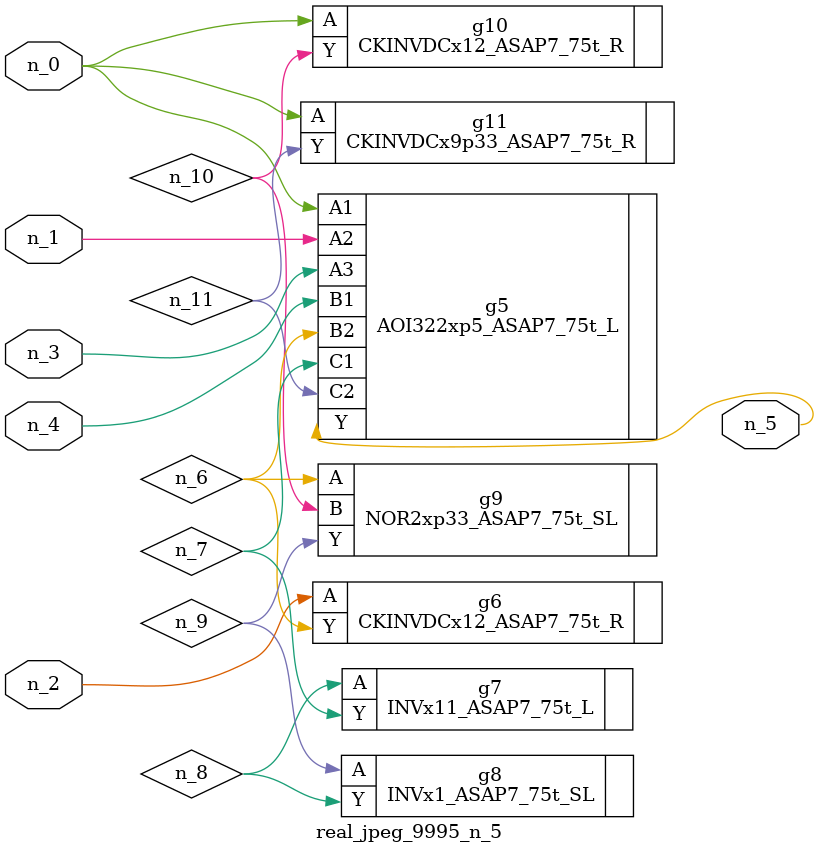
<source format=v>
module real_jpeg_9995_n_5 (n_4, n_0, n_1, n_2, n_3, n_5);

input n_4;
input n_0;
input n_1;
input n_2;
input n_3;

output n_5;

wire n_8;
wire n_11;
wire n_6;
wire n_7;
wire n_10;
wire n_9;

AOI322xp5_ASAP7_75t_L g5 ( 
.A1(n_0),
.A2(n_1),
.A3(n_3),
.B1(n_4),
.B2(n_6),
.C1(n_7),
.C2(n_11),
.Y(n_5)
);

CKINVDCx12_ASAP7_75t_R g10 ( 
.A(n_0),
.Y(n_10)
);

CKINVDCx9p33_ASAP7_75t_R g11 ( 
.A(n_0),
.Y(n_11)
);

CKINVDCx12_ASAP7_75t_R g6 ( 
.A(n_2),
.Y(n_6)
);

NOR2xp33_ASAP7_75t_SL g9 ( 
.A(n_6),
.B(n_10),
.Y(n_9)
);

INVx11_ASAP7_75t_L g7 ( 
.A(n_8),
.Y(n_7)
);

INVx1_ASAP7_75t_SL g8 ( 
.A(n_9),
.Y(n_8)
);


endmodule
</source>
